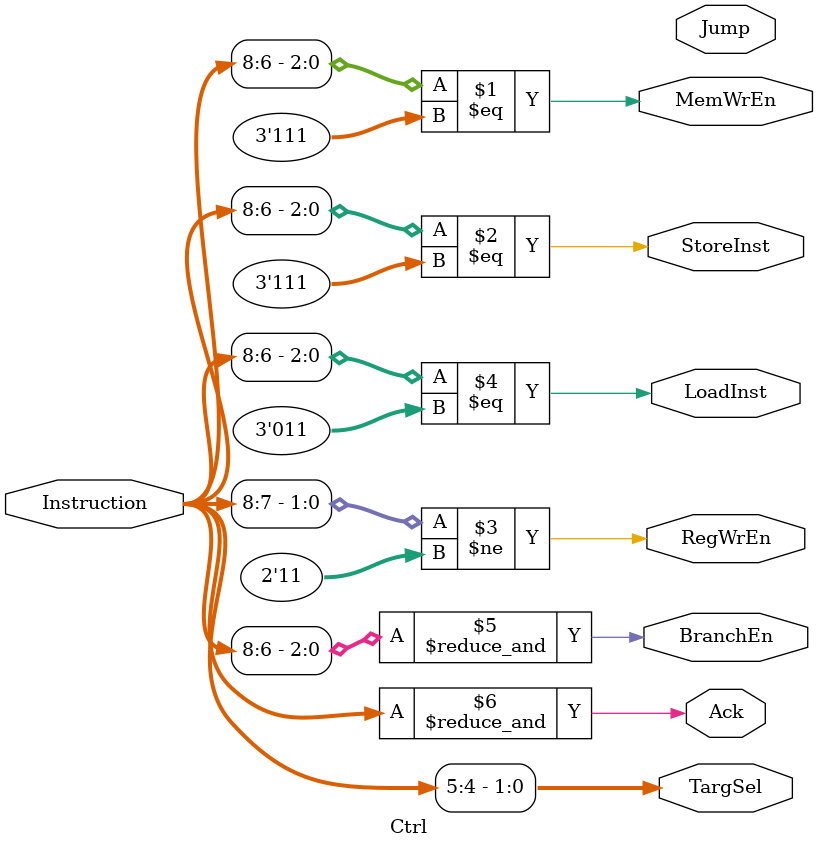
<source format=sv>
module Ctrl (
  input[ 8:0] Instruction,	   // machine code
  output logic Jump     ,
               BranchEn ,
	           RegWrEn  ,	   // write to reg_file (common)
	           MemWrEn  ,	   // write to mem (store only)
	           LoadInst	,	   // mem or ALU to reg_file ?
      	       StoreInst,          // mem write enable
	           Ack,		   // "done w/ program"
  output logic [1:0] TargSel       // Select signal for LUT
  );

assign MemWrEn = Instruction[8:6] == 3'b111;	
assign StoreInst = Instruction[8:6] == 3'b111;  // calls out store specially

assign RegWrEn = Instruction[8:7] != 2'b11;  
assign LoadInst = Instruction[8:6] == 3'b011; //load instruction


assign BranchEn = &Instruction[8:6];

// route data memory --> reg_file for loads
assign TargSel  = Instruction[5:4];

assign Ack = &Instruction;

endmodule


</source>
